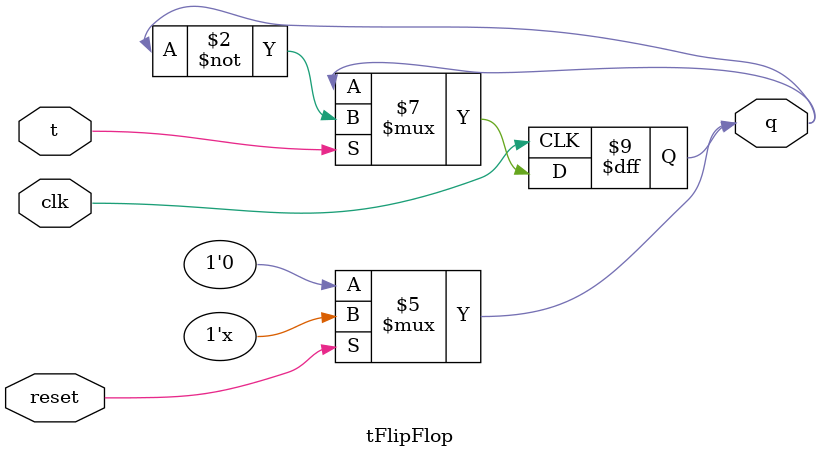
<source format=v>
module tFlipFlop(t,clk,reset,q);
input t,clk,reset;
output reg q;
always@(negedge clk)
begin
if(t)
q<=~q;
end
always@(reset)
begin
if(!reset)
q<=0;
end
endmodule

</source>
